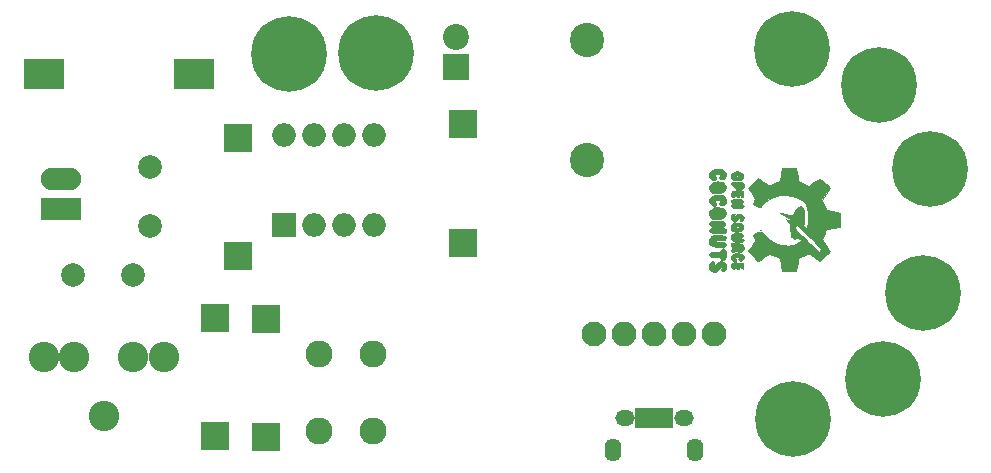
<source format=gbr>
G04 #@! TF.FileFunction,Soldermask,Top*
%FSLAX46Y46*%
G04 Gerber Fmt 4.6, Leading zero omitted, Abs format (unit mm)*
G04 Created by KiCad (PCBNEW 4.0.7-e0-6372~58~ubuntu16.04.1) date Tue Jul 24 02:48:08 2018*
%MOMM*%
%LPD*%
G01*
G04 APERTURE LIST*
%ADD10C,0.100000*%
%ADD11C,0.010000*%
%ADD12R,2.000000X2.000000*%
%ADD13O,2.000000X2.000000*%
%ADD14R,2.200000X2.200000*%
%ADD15C,2.200000*%
%ADD16C,2.899360*%
%ADD17C,6.400000*%
%ADD18C,2.279600*%
%ADD19C,2.581860*%
%ADD20C,2.000000*%
%ADD21R,3.410000X1.910000*%
%ADD22O,3.410000X1.910000*%
%ADD23R,0.800000X1.750000*%
%ADD24O,1.650000X1.350000*%
%ADD25O,1.400000X1.950000*%
%ADD26C,2.100000*%
%ADD27O,2.100000X2.100000*%
%ADD28R,2.398980X2.398980*%
%ADD29R,3.400000X2.600000*%
G04 APERTURE END LIST*
D10*
D11*
G36*
X99223524Y-57746817D02*
X99365384Y-57850080D01*
X99464257Y-57997456D01*
X99500600Y-58165570D01*
X99485183Y-58297723D01*
X99424601Y-58394857D01*
X99370533Y-58444818D01*
X99274410Y-58513824D01*
X99203796Y-58527079D01*
X99156475Y-58509312D01*
X99063134Y-58430468D01*
X99051975Y-58342916D01*
X99123299Y-58255443D01*
X99188621Y-58199667D01*
X99188619Y-58168979D01*
X99151544Y-58150678D01*
X99091530Y-58155276D01*
X99005241Y-58212636D01*
X98882192Y-58330124D01*
X98853918Y-58359718D01*
X98697728Y-58506622D01*
X98564448Y-58584346D01*
X98436984Y-58598327D01*
X98298241Y-58554006D01*
X98276752Y-58543359D01*
X98151589Y-58442096D01*
X98074412Y-58304156D01*
X98043294Y-58147951D01*
X98056308Y-57991896D01*
X98111528Y-57854402D01*
X98207026Y-57753884D01*
X98340876Y-57708754D01*
X98364184Y-57707900D01*
X98453176Y-57715126D01*
X98478825Y-57752704D01*
X98467037Y-57824317D01*
X98438054Y-57958778D01*
X98431854Y-58032426D01*
X98448138Y-58065909D01*
X98463434Y-58073629D01*
X98511756Y-58051713D01*
X98576979Y-57978464D01*
X98590434Y-57958768D01*
X98737829Y-57804071D01*
X98928311Y-57721383D01*
X99058231Y-57707900D01*
X99223524Y-57746817D01*
X99223524Y-57746817D01*
G37*
X99223524Y-57746817D02*
X99365384Y-57850080D01*
X99464257Y-57997456D01*
X99500600Y-58165570D01*
X99485183Y-58297723D01*
X99424601Y-58394857D01*
X99370533Y-58444818D01*
X99274410Y-58513824D01*
X99203796Y-58527079D01*
X99156475Y-58509312D01*
X99063134Y-58430468D01*
X99051975Y-58342916D01*
X99123299Y-58255443D01*
X99188621Y-58199667D01*
X99188619Y-58168979D01*
X99151544Y-58150678D01*
X99091530Y-58155276D01*
X99005241Y-58212636D01*
X98882192Y-58330124D01*
X98853918Y-58359718D01*
X98697728Y-58506622D01*
X98564448Y-58584346D01*
X98436984Y-58598327D01*
X98298241Y-58554006D01*
X98276752Y-58543359D01*
X98151589Y-58442096D01*
X98074412Y-58304156D01*
X98043294Y-58147951D01*
X98056308Y-57991896D01*
X98111528Y-57854402D01*
X98207026Y-57753884D01*
X98340876Y-57708754D01*
X98364184Y-57707900D01*
X98453176Y-57715126D01*
X98478825Y-57752704D01*
X98467037Y-57824317D01*
X98438054Y-57958778D01*
X98431854Y-58032426D01*
X98448138Y-58065909D01*
X98463434Y-58073629D01*
X98511756Y-58051713D01*
X98576979Y-57978464D01*
X98590434Y-57958768D01*
X98737829Y-57804071D01*
X98928311Y-57721383D01*
X99058231Y-57707900D01*
X99223524Y-57746817D01*
G36*
X105510802Y-50309016D02*
X105547889Y-50513830D01*
X105580985Y-50691823D01*
X105606574Y-50824415D01*
X105621145Y-50893029D01*
X105621481Y-50894298D01*
X105665807Y-50936654D01*
X105771992Y-51000385D01*
X105923017Y-51076089D01*
X106063083Y-51138280D01*
X106486935Y-51316697D01*
X106917039Y-51015615D01*
X107087241Y-50897938D01*
X107235893Y-50797877D01*
X107347363Y-50725770D01*
X107406020Y-50691957D01*
X107406988Y-50691570D01*
X107453619Y-50712361D01*
X107544964Y-50781037D01*
X107667029Y-50884474D01*
X107805821Y-51009548D01*
X107947348Y-51143135D01*
X108077615Y-51272112D01*
X108182631Y-51383356D01*
X108248401Y-51463742D01*
X108263600Y-51494952D01*
X108241318Y-51540356D01*
X108180195Y-51642142D01*
X108088813Y-51786552D01*
X107975754Y-51959829D01*
X107939183Y-52014949D01*
X107614767Y-52502055D01*
X107773654Y-52903497D01*
X107843697Y-53073980D01*
X107905749Y-53213268D01*
X107951554Y-53303455D01*
X107969170Y-53327576D01*
X108022544Y-53343687D01*
X108142234Y-53371532D01*
X108311310Y-53407400D01*
X108512843Y-53447580D01*
X108544248Y-53453639D01*
X108749183Y-53495159D01*
X108924073Y-53534643D01*
X109051977Y-53567975D01*
X109115955Y-53591039D01*
X109118928Y-53593294D01*
X109131451Y-53646942D01*
X109140289Y-53768405D01*
X109144764Y-53940884D01*
X109144198Y-54147582D01*
X109143296Y-54197629D01*
X109131434Y-54765734D01*
X108577622Y-54875261D01*
X108368853Y-54917925D01*
X108188911Y-54957280D01*
X108054778Y-54989423D01*
X107983432Y-55010452D01*
X107978176Y-55012991D01*
X107944078Y-55062314D01*
X107888950Y-55172478D01*
X107821573Y-55325078D01*
X107775726Y-55437403D01*
X107618909Y-55833612D01*
X107921927Y-56285252D01*
X108038679Y-56461386D01*
X108138736Y-56616303D01*
X108212135Y-56734295D01*
X108248915Y-56799658D01*
X108250253Y-56802845D01*
X108234768Y-56861361D01*
X108159229Y-56966361D01*
X108021593Y-57120396D01*
X107878834Y-57267183D01*
X107729364Y-57414625D01*
X107599864Y-57537406D01*
X107502519Y-57624333D01*
X107449513Y-57664216D01*
X107445118Y-57665567D01*
X107397848Y-57642477D01*
X107296839Y-57579671D01*
X107157105Y-57486845D01*
X106999782Y-57378005D01*
X106834019Y-57261696D01*
X106690237Y-57161593D01*
X106584522Y-57088842D01*
X106534440Y-57055487D01*
X106470871Y-57055975D01*
X106352847Y-57088054D01*
X106200401Y-57143068D01*
X106033567Y-57212358D01*
X105872375Y-57287268D01*
X105736861Y-57359139D01*
X105647056Y-57419315D01*
X105622144Y-57449745D01*
X105607873Y-57515967D01*
X105582469Y-57646874D01*
X105549480Y-57823769D01*
X105512448Y-58027952D01*
X105511011Y-58035984D01*
X105418292Y-58554567D01*
X104828784Y-58554567D01*
X104574548Y-58552299D01*
X104395967Y-58544976D01*
X104284136Y-58531822D01*
X104230152Y-58512058D01*
X104222603Y-58501650D01*
X104209080Y-58441358D01*
X104184435Y-58315778D01*
X104152122Y-58143024D01*
X104115596Y-57941210D01*
X104114081Y-57932703D01*
X104022233Y-57416672D01*
X103660660Y-57265314D01*
X103450985Y-57177592D01*
X103298646Y-57121595D01*
X103181621Y-57099543D01*
X103077886Y-57113656D01*
X102965420Y-57166151D01*
X102822198Y-57259249D01*
X102669624Y-57365184D01*
X102500014Y-57480059D01*
X102353143Y-57574652D01*
X102244102Y-57639580D01*
X102187982Y-57665460D01*
X102186500Y-57665567D01*
X102140913Y-57635979D01*
X102050911Y-57554955D01*
X101928591Y-57434109D01*
X101786048Y-57285052D01*
X101752746Y-57249161D01*
X101368509Y-56832755D01*
X101662145Y-56391911D01*
X101774357Y-56219181D01*
X101866794Y-56068777D01*
X101930305Y-55956176D01*
X101955739Y-55896856D01*
X101955857Y-55895105D01*
X101935669Y-55828367D01*
X101884072Y-55720048D01*
X101845693Y-55651032D01*
X101735452Y-55462920D01*
X102008960Y-55338906D01*
X102205268Y-55251997D01*
X102342130Y-55201170D01*
X102436539Y-55186104D01*
X102505490Y-55206477D01*
X102565977Y-55261970D01*
X102616743Y-55327433D01*
X102841350Y-55577809D01*
X103128114Y-55815387D01*
X103454543Y-56025761D01*
X103798142Y-56194522D01*
X104136417Y-56307264D01*
X104152527Y-56311112D01*
X104428879Y-56354563D01*
X104720030Y-56364351D01*
X104995816Y-56341362D01*
X105226071Y-56286481D01*
X105246113Y-56279008D01*
X105378726Y-56217079D01*
X105520929Y-56134783D01*
X105652776Y-56045852D01*
X105754321Y-55964019D01*
X105805619Y-55903015D01*
X105808267Y-55891971D01*
X105777460Y-55848959D01*
X105701554Y-55782577D01*
X105683731Y-55769083D01*
X105595702Y-55710864D01*
X105531877Y-55702205D01*
X105450720Y-55739308D01*
X105437935Y-55746603D01*
X105284475Y-55795033D01*
X105146373Y-55762495D01*
X105035927Y-55652632D01*
X105018587Y-55622370D01*
X104978223Y-55506016D01*
X104949698Y-55329045D01*
X104931415Y-55080740D01*
X104928774Y-55019734D01*
X104923085Y-54874636D01*
X105351004Y-54874636D01*
X105357895Y-54922630D01*
X105374981Y-54971777D01*
X105408629Y-55029015D01*
X105465210Y-55101280D01*
X105551094Y-55195510D01*
X105672649Y-55318643D01*
X105836246Y-55477614D01*
X106048254Y-55679362D01*
X106315042Y-55930823D01*
X106356927Y-55970203D01*
X107350087Y-56903775D01*
X107443417Y-56787254D01*
X107536747Y-56670734D01*
X106728438Y-55845234D01*
X106501994Y-55613882D01*
X106283092Y-55390067D01*
X106082323Y-55184629D01*
X105910274Y-55008406D01*
X105777537Y-54872241D01*
X105701438Y-54793934D01*
X105588272Y-54679755D01*
X105516230Y-54618916D01*
X105468820Y-54602715D01*
X105429555Y-54622448D01*
X105410494Y-54640387D01*
X105355607Y-54750703D01*
X105351004Y-54874636D01*
X104923085Y-54874636D01*
X104910513Y-54554067D01*
X104713807Y-54347537D01*
X104517100Y-54141007D01*
X104649745Y-54165574D01*
X104785187Y-54193084D01*
X104893161Y-54217943D01*
X104983057Y-54232034D01*
X104996532Y-54210052D01*
X104933711Y-54152108D01*
X104794720Y-54058312D01*
X104579683Y-53928775D01*
X104535941Y-53903419D01*
X104361595Y-53801327D01*
X104218868Y-53714886D01*
X104121089Y-53652387D01*
X104081591Y-53622120D01*
X104081528Y-53620861D01*
X104125453Y-53624181D01*
X104234880Y-53642987D01*
X104392728Y-53674111D01*
X104559770Y-53709534D01*
X104750799Y-53750438D01*
X104912923Y-53783668D01*
X105027317Y-53805458D01*
X105073049Y-53812175D01*
X105115474Y-53777579D01*
X105177568Y-53686548D01*
X105235204Y-53579804D01*
X105324787Y-53421313D01*
X105430293Y-53268718D01*
X105491318Y-53195908D01*
X105635660Y-53082202D01*
X105772850Y-53050759D01*
X105897478Y-53101316D01*
X105996708Y-53220567D01*
X106037534Y-53304182D01*
X106063478Y-53400612D01*
X106077616Y-53530881D01*
X106083025Y-53716013D01*
X106083434Y-53813234D01*
X106080357Y-54026158D01*
X106072095Y-54232598D01*
X106060096Y-54402023D01*
X106052278Y-54469400D01*
X106037330Y-54597975D01*
X106047887Y-54675894D01*
X106094287Y-54735798D01*
X106151559Y-54782875D01*
X106229452Y-54836471D01*
X106284990Y-54847592D01*
X106326148Y-54806522D01*
X106360896Y-54703547D01*
X106397209Y-54528952D01*
X106407912Y-54470503D01*
X106462799Y-53998806D01*
X106449081Y-53575469D01*
X106367833Y-53201924D01*
X106220132Y-52879600D01*
X106007053Y-52609928D01*
X105729671Y-52394339D01*
X105389063Y-52234262D01*
X104986303Y-52131129D01*
X104618333Y-52090487D01*
X104366840Y-52081636D01*
X104166337Y-52088539D01*
X103984244Y-52113359D01*
X103856333Y-52141086D01*
X103445321Y-52273679D01*
X103080476Y-52459113D01*
X102772501Y-52690808D01*
X102541173Y-52949412D01*
X102468584Y-53045461D01*
X102406003Y-53100471D01*
X102334070Y-53115838D01*
X102233424Y-53092961D01*
X102084704Y-53033235D01*
X101985226Y-52989531D01*
X101744593Y-52883112D01*
X101857789Y-52652308D01*
X101970986Y-52421505D01*
X101659535Y-51950468D01*
X101348084Y-51479432D01*
X102190284Y-50637232D01*
X102646749Y-50955233D01*
X102818610Y-51073483D01*
X102965570Y-51171820D01*
X103073767Y-51241171D01*
X103129341Y-51272463D01*
X103132824Y-51273358D01*
X103181795Y-51258229D01*
X103291672Y-51217144D01*
X103445207Y-51156720D01*
X103592624Y-51096957D01*
X104022814Y-50920432D01*
X104094388Y-50514750D01*
X104129035Y-50320188D01*
X104161617Y-50140392D01*
X104187082Y-50003109D01*
X104195207Y-49960900D01*
X104224454Y-49812734D01*
X104821164Y-49801016D01*
X105417874Y-49789299D01*
X105510802Y-50309016D01*
X105510802Y-50309016D01*
G37*
X105510802Y-50309016D02*
X105547889Y-50513830D01*
X105580985Y-50691823D01*
X105606574Y-50824415D01*
X105621145Y-50893029D01*
X105621481Y-50894298D01*
X105665807Y-50936654D01*
X105771992Y-51000385D01*
X105923017Y-51076089D01*
X106063083Y-51138280D01*
X106486935Y-51316697D01*
X106917039Y-51015615D01*
X107087241Y-50897938D01*
X107235893Y-50797877D01*
X107347363Y-50725770D01*
X107406020Y-50691957D01*
X107406988Y-50691570D01*
X107453619Y-50712361D01*
X107544964Y-50781037D01*
X107667029Y-50884474D01*
X107805821Y-51009548D01*
X107947348Y-51143135D01*
X108077615Y-51272112D01*
X108182631Y-51383356D01*
X108248401Y-51463742D01*
X108263600Y-51494952D01*
X108241318Y-51540356D01*
X108180195Y-51642142D01*
X108088813Y-51786552D01*
X107975754Y-51959829D01*
X107939183Y-52014949D01*
X107614767Y-52502055D01*
X107773654Y-52903497D01*
X107843697Y-53073980D01*
X107905749Y-53213268D01*
X107951554Y-53303455D01*
X107969170Y-53327576D01*
X108022544Y-53343687D01*
X108142234Y-53371532D01*
X108311310Y-53407400D01*
X108512843Y-53447580D01*
X108544248Y-53453639D01*
X108749183Y-53495159D01*
X108924073Y-53534643D01*
X109051977Y-53567975D01*
X109115955Y-53591039D01*
X109118928Y-53593294D01*
X109131451Y-53646942D01*
X109140289Y-53768405D01*
X109144764Y-53940884D01*
X109144198Y-54147582D01*
X109143296Y-54197629D01*
X109131434Y-54765734D01*
X108577622Y-54875261D01*
X108368853Y-54917925D01*
X108188911Y-54957280D01*
X108054778Y-54989423D01*
X107983432Y-55010452D01*
X107978176Y-55012991D01*
X107944078Y-55062314D01*
X107888950Y-55172478D01*
X107821573Y-55325078D01*
X107775726Y-55437403D01*
X107618909Y-55833612D01*
X107921927Y-56285252D01*
X108038679Y-56461386D01*
X108138736Y-56616303D01*
X108212135Y-56734295D01*
X108248915Y-56799658D01*
X108250253Y-56802845D01*
X108234768Y-56861361D01*
X108159229Y-56966361D01*
X108021593Y-57120396D01*
X107878834Y-57267183D01*
X107729364Y-57414625D01*
X107599864Y-57537406D01*
X107502519Y-57624333D01*
X107449513Y-57664216D01*
X107445118Y-57665567D01*
X107397848Y-57642477D01*
X107296839Y-57579671D01*
X107157105Y-57486845D01*
X106999782Y-57378005D01*
X106834019Y-57261696D01*
X106690237Y-57161593D01*
X106584522Y-57088842D01*
X106534440Y-57055487D01*
X106470871Y-57055975D01*
X106352847Y-57088054D01*
X106200401Y-57143068D01*
X106033567Y-57212358D01*
X105872375Y-57287268D01*
X105736861Y-57359139D01*
X105647056Y-57419315D01*
X105622144Y-57449745D01*
X105607873Y-57515967D01*
X105582469Y-57646874D01*
X105549480Y-57823769D01*
X105512448Y-58027952D01*
X105511011Y-58035984D01*
X105418292Y-58554567D01*
X104828784Y-58554567D01*
X104574548Y-58552299D01*
X104395967Y-58544976D01*
X104284136Y-58531822D01*
X104230152Y-58512058D01*
X104222603Y-58501650D01*
X104209080Y-58441358D01*
X104184435Y-58315778D01*
X104152122Y-58143024D01*
X104115596Y-57941210D01*
X104114081Y-57932703D01*
X104022233Y-57416672D01*
X103660660Y-57265314D01*
X103450985Y-57177592D01*
X103298646Y-57121595D01*
X103181621Y-57099543D01*
X103077886Y-57113656D01*
X102965420Y-57166151D01*
X102822198Y-57259249D01*
X102669624Y-57365184D01*
X102500014Y-57480059D01*
X102353143Y-57574652D01*
X102244102Y-57639580D01*
X102187982Y-57665460D01*
X102186500Y-57665567D01*
X102140913Y-57635979D01*
X102050911Y-57554955D01*
X101928591Y-57434109D01*
X101786048Y-57285052D01*
X101752746Y-57249161D01*
X101368509Y-56832755D01*
X101662145Y-56391911D01*
X101774357Y-56219181D01*
X101866794Y-56068777D01*
X101930305Y-55956176D01*
X101955739Y-55896856D01*
X101955857Y-55895105D01*
X101935669Y-55828367D01*
X101884072Y-55720048D01*
X101845693Y-55651032D01*
X101735452Y-55462920D01*
X102008960Y-55338906D01*
X102205268Y-55251997D01*
X102342130Y-55201170D01*
X102436539Y-55186104D01*
X102505490Y-55206477D01*
X102565977Y-55261970D01*
X102616743Y-55327433D01*
X102841350Y-55577809D01*
X103128114Y-55815387D01*
X103454543Y-56025761D01*
X103798142Y-56194522D01*
X104136417Y-56307264D01*
X104152527Y-56311112D01*
X104428879Y-56354563D01*
X104720030Y-56364351D01*
X104995816Y-56341362D01*
X105226071Y-56286481D01*
X105246113Y-56279008D01*
X105378726Y-56217079D01*
X105520929Y-56134783D01*
X105652776Y-56045852D01*
X105754321Y-55964019D01*
X105805619Y-55903015D01*
X105808267Y-55891971D01*
X105777460Y-55848959D01*
X105701554Y-55782577D01*
X105683731Y-55769083D01*
X105595702Y-55710864D01*
X105531877Y-55702205D01*
X105450720Y-55739308D01*
X105437935Y-55746603D01*
X105284475Y-55795033D01*
X105146373Y-55762495D01*
X105035927Y-55652632D01*
X105018587Y-55622370D01*
X104978223Y-55506016D01*
X104949698Y-55329045D01*
X104931415Y-55080740D01*
X104928774Y-55019734D01*
X104923085Y-54874636D01*
X105351004Y-54874636D01*
X105357895Y-54922630D01*
X105374981Y-54971777D01*
X105408629Y-55029015D01*
X105465210Y-55101280D01*
X105551094Y-55195510D01*
X105672649Y-55318643D01*
X105836246Y-55477614D01*
X106048254Y-55679362D01*
X106315042Y-55930823D01*
X106356927Y-55970203D01*
X107350087Y-56903775D01*
X107443417Y-56787254D01*
X107536747Y-56670734D01*
X106728438Y-55845234D01*
X106501994Y-55613882D01*
X106283092Y-55390067D01*
X106082323Y-55184629D01*
X105910274Y-55008406D01*
X105777537Y-54872241D01*
X105701438Y-54793934D01*
X105588272Y-54679755D01*
X105516230Y-54618916D01*
X105468820Y-54602715D01*
X105429555Y-54622448D01*
X105410494Y-54640387D01*
X105355607Y-54750703D01*
X105351004Y-54874636D01*
X104923085Y-54874636D01*
X104910513Y-54554067D01*
X104713807Y-54347537D01*
X104517100Y-54141007D01*
X104649745Y-54165574D01*
X104785187Y-54193084D01*
X104893161Y-54217943D01*
X104983057Y-54232034D01*
X104996532Y-54210052D01*
X104933711Y-54152108D01*
X104794720Y-54058312D01*
X104579683Y-53928775D01*
X104535941Y-53903419D01*
X104361595Y-53801327D01*
X104218868Y-53714886D01*
X104121089Y-53652387D01*
X104081591Y-53622120D01*
X104081528Y-53620861D01*
X104125453Y-53624181D01*
X104234880Y-53642987D01*
X104392728Y-53674111D01*
X104559770Y-53709534D01*
X104750799Y-53750438D01*
X104912923Y-53783668D01*
X105027317Y-53805458D01*
X105073049Y-53812175D01*
X105115474Y-53777579D01*
X105177568Y-53686548D01*
X105235204Y-53579804D01*
X105324787Y-53421313D01*
X105430293Y-53268718D01*
X105491318Y-53195908D01*
X105635660Y-53082202D01*
X105772850Y-53050759D01*
X105897478Y-53101316D01*
X105996708Y-53220567D01*
X106037534Y-53304182D01*
X106063478Y-53400612D01*
X106077616Y-53530881D01*
X106083025Y-53716013D01*
X106083434Y-53813234D01*
X106080357Y-54026158D01*
X106072095Y-54232598D01*
X106060096Y-54402023D01*
X106052278Y-54469400D01*
X106037330Y-54597975D01*
X106047887Y-54675894D01*
X106094287Y-54735798D01*
X106151559Y-54782875D01*
X106229452Y-54836471D01*
X106284990Y-54847592D01*
X106326148Y-54806522D01*
X106360896Y-54703547D01*
X106397209Y-54528952D01*
X106407912Y-54470503D01*
X106462799Y-53998806D01*
X106449081Y-53575469D01*
X106367833Y-53201924D01*
X106220132Y-52879600D01*
X106007053Y-52609928D01*
X105729671Y-52394339D01*
X105389063Y-52234262D01*
X104986303Y-52131129D01*
X104618333Y-52090487D01*
X104366840Y-52081636D01*
X104166337Y-52088539D01*
X103984244Y-52113359D01*
X103856333Y-52141086D01*
X103445321Y-52273679D01*
X103080476Y-52459113D01*
X102772501Y-52690808D01*
X102541173Y-52949412D01*
X102468584Y-53045461D01*
X102406003Y-53100471D01*
X102334070Y-53115838D01*
X102233424Y-53092961D01*
X102084704Y-53033235D01*
X101985226Y-52989531D01*
X101744593Y-52883112D01*
X101857789Y-52652308D01*
X101970986Y-52421505D01*
X101659535Y-51950468D01*
X101348084Y-51479432D01*
X102190284Y-50637232D01*
X102646749Y-50955233D01*
X102818610Y-51073483D01*
X102965570Y-51171820D01*
X103073767Y-51241171D01*
X103129341Y-51272463D01*
X103132824Y-51273358D01*
X103181795Y-51258229D01*
X103291672Y-51217144D01*
X103445207Y-51156720D01*
X103592624Y-51096957D01*
X104022814Y-50920432D01*
X104094388Y-50514750D01*
X104129035Y-50320188D01*
X104161617Y-50140392D01*
X104187082Y-50003109D01*
X104195207Y-49960900D01*
X104224454Y-49812734D01*
X104821164Y-49801016D01*
X105417874Y-49789299D01*
X105510802Y-50309016D01*
G36*
X100471251Y-57798903D02*
X100645031Y-57809986D01*
X100787244Y-57827032D01*
X100876116Y-57847087D01*
X100892674Y-57856067D01*
X100919368Y-57920466D01*
X100940777Y-58036962D01*
X100947659Y-58110067D01*
X100951839Y-58236220D01*
X100938753Y-58299323D01*
X100901335Y-58320378D01*
X100876434Y-58321734D01*
X100794527Y-58286142D01*
X100749978Y-58226484D01*
X100691778Y-58145263D01*
X100635403Y-58144216D01*
X100597561Y-58221119D01*
X100593495Y-58247288D01*
X100555086Y-58344646D01*
X100483350Y-58377527D01*
X100399784Y-58336149D01*
X100399302Y-58335669D01*
X100353405Y-58260589D01*
X100347267Y-58228600D01*
X100322349Y-58178884D01*
X100268971Y-58181552D01*
X100219196Y-58229782D01*
X100208001Y-58258234D01*
X100161805Y-58327345D01*
X100089067Y-58335752D01*
X100007530Y-58294907D01*
X99934939Y-58216265D01*
X99889040Y-58111280D01*
X99881600Y-58047543D01*
X99901614Y-57935875D01*
X99968005Y-57859511D01*
X100090300Y-57814435D01*
X100278023Y-57796630D01*
X100471251Y-57798903D01*
X100471251Y-57798903D01*
G37*
X100471251Y-57798903D02*
X100645031Y-57809986D01*
X100787244Y-57827032D01*
X100876116Y-57847087D01*
X100892674Y-57856067D01*
X100919368Y-57920466D01*
X100940777Y-58036962D01*
X100947659Y-58110067D01*
X100951839Y-58236220D01*
X100938753Y-58299323D01*
X100901335Y-58320378D01*
X100876434Y-58321734D01*
X100794527Y-58286142D01*
X100749978Y-58226484D01*
X100691778Y-58145263D01*
X100635403Y-58144216D01*
X100597561Y-58221119D01*
X100593495Y-58247288D01*
X100555086Y-58344646D01*
X100483350Y-58377527D01*
X100399784Y-58336149D01*
X100399302Y-58335669D01*
X100353405Y-58260589D01*
X100347267Y-58228600D01*
X100322349Y-58178884D01*
X100268971Y-58181552D01*
X100219196Y-58229782D01*
X100208001Y-58258234D01*
X100161805Y-58327345D01*
X100089067Y-58335752D01*
X100007530Y-58294907D01*
X99934939Y-58216265D01*
X99889040Y-58111280D01*
X99881600Y-58047543D01*
X99901614Y-57935875D01*
X99968005Y-57859511D01*
X100090300Y-57814435D01*
X100278023Y-57796630D01*
X100471251Y-57798903D01*
G36*
X100533841Y-57026984D02*
X100745913Y-57067100D01*
X100888603Y-57146782D01*
X100965537Y-57267816D01*
X100982267Y-57385880D01*
X100950096Y-57502517D01*
X100868978Y-57595142D01*
X100762006Y-57651543D01*
X100652274Y-57659504D01*
X100563387Y-57607433D01*
X100536588Y-57529636D01*
X100555888Y-57451131D01*
X100610677Y-57411262D01*
X100616379Y-57410919D01*
X100649516Y-57401087D01*
X100622188Y-57379235D01*
X100556043Y-57353993D01*
X100472728Y-57333989D01*
X100407239Y-57327548D01*
X100289780Y-57337462D01*
X100247493Y-57375317D01*
X100272841Y-57450936D01*
X100290625Y-57479592D01*
X100332482Y-57587987D01*
X100310235Y-57665501D01*
X100241005Y-57705154D01*
X100141911Y-57699968D01*
X100030072Y-57642961D01*
X99985509Y-57603991D01*
X99912706Y-57499465D01*
X99881622Y-57391395D01*
X99881600Y-57389068D01*
X99917868Y-57269681D01*
X100009388Y-57151964D01*
X100130237Y-57061646D01*
X100248760Y-57024650D01*
X100533841Y-57026984D01*
X100533841Y-57026984D01*
G37*
X100533841Y-57026984D02*
X100745913Y-57067100D01*
X100888603Y-57146782D01*
X100965537Y-57267816D01*
X100982267Y-57385880D01*
X100950096Y-57502517D01*
X100868978Y-57595142D01*
X100762006Y-57651543D01*
X100652274Y-57659504D01*
X100563387Y-57607433D01*
X100536588Y-57529636D01*
X100555888Y-57451131D01*
X100610677Y-57411262D01*
X100616379Y-57410919D01*
X100649516Y-57401087D01*
X100622188Y-57379235D01*
X100556043Y-57353993D01*
X100472728Y-57333989D01*
X100407239Y-57327548D01*
X100289780Y-57337462D01*
X100247493Y-57375317D01*
X100272841Y-57450936D01*
X100290625Y-57479592D01*
X100332482Y-57587987D01*
X100310235Y-57665501D01*
X100241005Y-57705154D01*
X100141911Y-57699968D01*
X100030072Y-57642961D01*
X99985509Y-57603991D01*
X99912706Y-57499465D01*
X99881622Y-57391395D01*
X99881600Y-57389068D01*
X99917868Y-57269681D01*
X100009388Y-57151964D01*
X100130237Y-57061646D01*
X100248760Y-57024650D01*
X100533841Y-57026984D01*
G36*
X99323296Y-56633990D02*
X99386958Y-56699927D01*
X99452014Y-56865444D01*
X99475844Y-57065651D01*
X99459980Y-57270629D01*
X99405955Y-57450457D01*
X99343475Y-57548466D01*
X99244240Y-57611082D01*
X99135221Y-57614952D01*
X99049018Y-57560833D01*
X99036423Y-57541350D01*
X99000098Y-57444155D01*
X98992600Y-57393181D01*
X98980562Y-57362151D01*
X98934656Y-57343000D01*
X98840196Y-57333535D01*
X98682496Y-57331562D01*
X98586666Y-57332538D01*
X98391528Y-57333013D01*
X98261777Y-57325912D01*
X98178253Y-57308214D01*
X98121799Y-57276896D01*
X98098000Y-57255448D01*
X98041599Y-57174716D01*
X98049399Y-57084342D01*
X98057408Y-57061883D01*
X98114066Y-56962214D01*
X98202599Y-56900127D01*
X98337798Y-56870806D01*
X98534450Y-56869431D01*
X98629954Y-56875351D01*
X98971434Y-56900765D01*
X99034934Y-56764583D01*
X99117834Y-56654846D01*
X99221017Y-56610018D01*
X99323296Y-56633990D01*
X99323296Y-56633990D01*
G37*
X99323296Y-56633990D02*
X99386958Y-56699927D01*
X99452014Y-56865444D01*
X99475844Y-57065651D01*
X99459980Y-57270629D01*
X99405955Y-57450457D01*
X99343475Y-57548466D01*
X99244240Y-57611082D01*
X99135221Y-57614952D01*
X99049018Y-57560833D01*
X99036423Y-57541350D01*
X99000098Y-57444155D01*
X98992600Y-57393181D01*
X98980562Y-57362151D01*
X98934656Y-57343000D01*
X98840196Y-57333535D01*
X98682496Y-57331562D01*
X98586666Y-57332538D01*
X98391528Y-57333013D01*
X98261777Y-57325912D01*
X98178253Y-57308214D01*
X98121799Y-57276896D01*
X98098000Y-57255448D01*
X98041599Y-57174716D01*
X98049399Y-57084342D01*
X98057408Y-57061883D01*
X98114066Y-56962214D01*
X98202599Y-56900127D01*
X98337798Y-56870806D01*
X98534450Y-56869431D01*
X98629954Y-56875351D01*
X98971434Y-56900765D01*
X99034934Y-56764583D01*
X99117834Y-56654846D01*
X99221017Y-56610018D01*
X99323296Y-56633990D01*
G36*
X100358657Y-56184548D02*
X100545425Y-56187801D01*
X100702405Y-56196050D01*
X100809036Y-56207909D01*
X100842035Y-56217160D01*
X100901131Y-56290893D01*
X100951623Y-56413242D01*
X100980033Y-56548299D01*
X100982267Y-56590747D01*
X100944767Y-56721298D01*
X100847610Y-56823384D01*
X100713807Y-56886819D01*
X100566369Y-56901419D01*
X100428309Y-56857000D01*
X100409392Y-56844297D01*
X100335169Y-56806614D01*
X100265092Y-56829951D01*
X100243715Y-56844297D01*
X100120159Y-56896927D01*
X100005426Y-56889403D01*
X99926471Y-56823615D01*
X99925575Y-56821967D01*
X99901565Y-56709620D01*
X99946323Y-56618951D01*
X99995002Y-56589020D01*
X100029741Y-56562227D01*
X100001079Y-56518658D01*
X99998164Y-56516161D01*
X100454093Y-56516161D01*
X100475437Y-56545143D01*
X100550005Y-56593539D01*
X100614233Y-56567644D01*
X100633899Y-56530504D01*
X100611466Y-56492249D01*
X100536111Y-56480234D01*
X100459446Y-56486915D01*
X100454093Y-56516161D01*
X99998164Y-56516161D01*
X99964180Y-56487056D01*
X99896000Y-56405557D01*
X99894915Y-56306379D01*
X99897191Y-56296876D01*
X99925547Y-56183900D01*
X100358657Y-56184548D01*
X100358657Y-56184548D01*
G37*
X100358657Y-56184548D02*
X100545425Y-56187801D01*
X100702405Y-56196050D01*
X100809036Y-56207909D01*
X100842035Y-56217160D01*
X100901131Y-56290893D01*
X100951623Y-56413242D01*
X100980033Y-56548299D01*
X100982267Y-56590747D01*
X100944767Y-56721298D01*
X100847610Y-56823384D01*
X100713807Y-56886819D01*
X100566369Y-56901419D01*
X100428309Y-56857000D01*
X100409392Y-56844297D01*
X100335169Y-56806614D01*
X100265092Y-56829951D01*
X100243715Y-56844297D01*
X100120159Y-56896927D01*
X100005426Y-56889403D01*
X99926471Y-56823615D01*
X99925575Y-56821967D01*
X99901565Y-56709620D01*
X99946323Y-56618951D01*
X99995002Y-56589020D01*
X100029741Y-56562227D01*
X100001079Y-56518658D01*
X99998164Y-56516161D01*
X100454093Y-56516161D01*
X100475437Y-56545143D01*
X100550005Y-56593539D01*
X100614233Y-56567644D01*
X100633899Y-56530504D01*
X100611466Y-56492249D01*
X100536111Y-56480234D01*
X100459446Y-56486915D01*
X100454093Y-56516161D01*
X99998164Y-56516161D01*
X99964180Y-56487056D01*
X99896000Y-56405557D01*
X99894915Y-56306379D01*
X99897191Y-56296876D01*
X99925547Y-56183900D01*
X100358657Y-56184548D01*
G36*
X99029720Y-55477750D02*
X99240456Y-55518867D01*
X99376419Y-55588434D01*
X99437453Y-55677011D01*
X99436078Y-55779294D01*
X99380781Y-55856867D01*
X99329245Y-55901150D01*
X99272374Y-55921926D01*
X99186331Y-55921532D01*
X99047282Y-55902305D01*
X98998501Y-55894344D01*
X98791017Y-55868103D01*
X98656501Y-55871486D01*
X98588179Y-55905664D01*
X98578270Y-55966977D01*
X98602882Y-56002796D01*
X98670372Y-56029666D01*
X98795076Y-56051338D01*
X98971129Y-56069774D01*
X99204517Y-56098863D01*
X99360856Y-56137006D01*
X99425714Y-56171585D01*
X99487108Y-56242422D01*
X99487442Y-56307147D01*
X99423756Y-56390970D01*
X99396691Y-56418658D01*
X99321271Y-56479867D01*
X99233519Y-56510207D01*
X99102457Y-56518481D01*
X99047441Y-56517929D01*
X98874170Y-56508934D01*
X98704177Y-56491134D01*
X98628818Y-56478935D01*
X98367725Y-56408575D01*
X98184220Y-56313982D01*
X98073534Y-56190581D01*
X98030902Y-56033795D01*
X98037512Y-55911238D01*
X98082938Y-55752349D01*
X98178787Y-55625331D01*
X98213136Y-55593661D01*
X98288340Y-55531865D01*
X98357406Y-55493698D01*
X98443494Y-55473487D01*
X98569761Y-55465558D01*
X98741433Y-55464234D01*
X99029720Y-55477750D01*
X99029720Y-55477750D01*
G37*
X99029720Y-55477750D02*
X99240456Y-55518867D01*
X99376419Y-55588434D01*
X99437453Y-55677011D01*
X99436078Y-55779294D01*
X99380781Y-55856867D01*
X99329245Y-55901150D01*
X99272374Y-55921926D01*
X99186331Y-55921532D01*
X99047282Y-55902305D01*
X98998501Y-55894344D01*
X98791017Y-55868103D01*
X98656501Y-55871486D01*
X98588179Y-55905664D01*
X98578270Y-55966977D01*
X98602882Y-56002796D01*
X98670372Y-56029666D01*
X98795076Y-56051338D01*
X98971129Y-56069774D01*
X99204517Y-56098863D01*
X99360856Y-56137006D01*
X99425714Y-56171585D01*
X99487108Y-56242422D01*
X99487442Y-56307147D01*
X99423756Y-56390970D01*
X99396691Y-56418658D01*
X99321271Y-56479867D01*
X99233519Y-56510207D01*
X99102457Y-56518481D01*
X99047441Y-56517929D01*
X98874170Y-56508934D01*
X98704177Y-56491134D01*
X98628818Y-56478935D01*
X98367725Y-56408575D01*
X98184220Y-56313982D01*
X98073534Y-56190581D01*
X98030902Y-56033795D01*
X98037512Y-55911238D01*
X98082938Y-55752349D01*
X98178787Y-55625331D01*
X98213136Y-55593661D01*
X98288340Y-55531865D01*
X98357406Y-55493698D01*
X98443494Y-55473487D01*
X98569761Y-55465558D01*
X98741433Y-55464234D01*
X99029720Y-55477750D01*
G36*
X100610688Y-55299321D02*
X100734321Y-55315419D01*
X100818821Y-55347448D01*
X100861160Y-55376915D01*
X100927329Y-55445679D01*
X100929047Y-55505696D01*
X100913089Y-55535665D01*
X100872019Y-55577799D01*
X100802067Y-55598742D01*
X100681462Y-55602781D01*
X100588933Y-55599504D01*
X100423947Y-55600394D01*
X100317411Y-55618380D01*
X100276547Y-55649570D01*
X100308575Y-55690070D01*
X100368642Y-55718313D01*
X100484074Y-55745744D01*
X100628579Y-55759999D01*
X100659432Y-55760567D01*
X100822467Y-55778703D01*
X100928018Y-55828798D01*
X100965615Y-55904384D01*
X100957631Y-55944843D01*
X100893630Y-56018359D01*
X100786679Y-56075108D01*
X100678353Y-56093494D01*
X100672594Y-56092891D01*
X100596285Y-56083537D01*
X100495434Y-56071431D01*
X100304385Y-56037166D01*
X100127803Y-55985426D01*
X99994257Y-55925389D01*
X99955684Y-55897997D01*
X99893119Y-55791414D01*
X99880460Y-55649652D01*
X99915809Y-55504498D01*
X99985509Y-55398809D01*
X100047451Y-55345829D01*
X100117583Y-55314584D01*
X100219486Y-55299504D01*
X100376738Y-55295019D01*
X100425319Y-55294900D01*
X100610688Y-55299321D01*
X100610688Y-55299321D01*
G37*
X100610688Y-55299321D02*
X100734321Y-55315419D01*
X100818821Y-55347448D01*
X100861160Y-55376915D01*
X100927329Y-55445679D01*
X100929047Y-55505696D01*
X100913089Y-55535665D01*
X100872019Y-55577799D01*
X100802067Y-55598742D01*
X100681462Y-55602781D01*
X100588933Y-55599504D01*
X100423947Y-55600394D01*
X100317411Y-55618380D01*
X100276547Y-55649570D01*
X100308575Y-55690070D01*
X100368642Y-55718313D01*
X100484074Y-55745744D01*
X100628579Y-55759999D01*
X100659432Y-55760567D01*
X100822467Y-55778703D01*
X100928018Y-55828798D01*
X100965615Y-55904384D01*
X100957631Y-55944843D01*
X100893630Y-56018359D01*
X100786679Y-56075108D01*
X100678353Y-56093494D01*
X100672594Y-56092891D01*
X100596285Y-56083537D01*
X100495434Y-56071431D01*
X100304385Y-56037166D01*
X100127803Y-55985426D01*
X99994257Y-55925389D01*
X99955684Y-55897997D01*
X99893119Y-55791414D01*
X99880460Y-55649652D01*
X99915809Y-55504498D01*
X99985509Y-55398809D01*
X100047451Y-55345829D01*
X100117583Y-55314584D01*
X100219486Y-55299504D01*
X100376738Y-55295019D01*
X100425319Y-55294900D01*
X100610688Y-55299321D01*
G36*
X98761722Y-54285796D02*
X98973470Y-54292852D01*
X99117928Y-54301986D01*
X99212455Y-54316987D01*
X99274410Y-54341643D01*
X99321154Y-54379741D01*
X99352679Y-54414760D01*
X99423463Y-54533693D01*
X99414189Y-54637604D01*
X99323073Y-54731942D01*
X99231675Y-54784591D01*
X99056100Y-54871500D01*
X99213874Y-54871533D01*
X99340476Y-54888661D01*
X99421915Y-54950465D01*
X99439133Y-54974561D01*
X99476441Y-55092576D01*
X99444087Y-55199938D01*
X99359663Y-55265101D01*
X99265505Y-55284612D01*
X99111837Y-55299644D01*
X98923731Y-55309469D01*
X98726261Y-55313361D01*
X98544500Y-55310589D01*
X98403520Y-55300427D01*
X98363669Y-55294027D01*
X98195240Y-55245094D01*
X98100270Y-55179501D01*
X98067875Y-55088012D01*
X98069710Y-55044524D01*
X98096041Y-54970244D01*
X98167179Y-54903127D01*
X98185463Y-54892734D01*
X98992600Y-54892734D01*
X99013767Y-54913900D01*
X99034934Y-54892734D01*
X99013767Y-54871567D01*
X98992600Y-54892734D01*
X98185463Y-54892734D01*
X98300324Y-54827447D01*
X98315267Y-54820009D01*
X98548100Y-54704951D01*
X98386567Y-54703592D01*
X98205007Y-54680629D01*
X98096475Y-54615531D01*
X98061267Y-54511220D01*
X98078447Y-54417790D01*
X98136509Y-54351444D01*
X98245233Y-54309035D01*
X98414399Y-54287416D01*
X98653788Y-54283438D01*
X98761722Y-54285796D01*
X98761722Y-54285796D01*
G37*
X98761722Y-54285796D02*
X98973470Y-54292852D01*
X99117928Y-54301986D01*
X99212455Y-54316987D01*
X99274410Y-54341643D01*
X99321154Y-54379741D01*
X99352679Y-54414760D01*
X99423463Y-54533693D01*
X99414189Y-54637604D01*
X99323073Y-54731942D01*
X99231675Y-54784591D01*
X99056100Y-54871500D01*
X99213874Y-54871533D01*
X99340476Y-54888661D01*
X99421915Y-54950465D01*
X99439133Y-54974561D01*
X99476441Y-55092576D01*
X99444087Y-55199938D01*
X99359663Y-55265101D01*
X99265505Y-55284612D01*
X99111837Y-55299644D01*
X98923731Y-55309469D01*
X98726261Y-55313361D01*
X98544500Y-55310589D01*
X98403520Y-55300427D01*
X98363669Y-55294027D01*
X98195240Y-55245094D01*
X98100270Y-55179501D01*
X98067875Y-55088012D01*
X98069710Y-55044524D01*
X98096041Y-54970244D01*
X98167179Y-54903127D01*
X98185463Y-54892734D01*
X98992600Y-54892734D01*
X99013767Y-54913900D01*
X99034934Y-54892734D01*
X99013767Y-54871567D01*
X98992600Y-54892734D01*
X98185463Y-54892734D01*
X98300324Y-54827447D01*
X98315267Y-54820009D01*
X98548100Y-54704951D01*
X98386567Y-54703592D01*
X98205007Y-54680629D01*
X98096475Y-54615531D01*
X98061267Y-54511220D01*
X98078447Y-54417790D01*
X98136509Y-54351444D01*
X98245233Y-54309035D01*
X98414399Y-54287416D01*
X98653788Y-54283438D01*
X98761722Y-54285796D01*
G36*
X100640037Y-54449119D02*
X100805562Y-54516155D01*
X100902979Y-54629492D01*
X100932256Y-54741165D01*
X100915661Y-54904016D01*
X100827303Y-55029400D01*
X100663619Y-55121572D01*
X100593706Y-55145057D01*
X100467374Y-55180615D01*
X100377144Y-55202377D01*
X100350167Y-55205900D01*
X100296538Y-55194170D01*
X100196417Y-55171056D01*
X100178952Y-55166957D01*
X100014993Y-55093978D01*
X99915764Y-54977072D01*
X99885766Y-54831815D01*
X99896171Y-54794215D01*
X100236651Y-54794215D01*
X100248738Y-54843582D01*
X100249640Y-54844496D01*
X100317041Y-54867294D01*
X100424037Y-54868567D01*
X100528278Y-54848096D01*
X100534061Y-54845964D01*
X100583259Y-54808898D01*
X100561010Y-54773099D01*
X100480034Y-54749030D01*
X100410767Y-54744567D01*
X100295208Y-54758389D01*
X100236651Y-54794215D01*
X99896171Y-54794215D01*
X99929500Y-54673784D01*
X100005128Y-54565318D01*
X100079058Y-54489945D01*
X100149196Y-54448463D01*
X100244476Y-54430846D01*
X100393834Y-54427072D01*
X100404190Y-54427067D01*
X100640037Y-54449119D01*
X100640037Y-54449119D01*
G37*
X100640037Y-54449119D02*
X100805562Y-54516155D01*
X100902979Y-54629492D01*
X100932256Y-54741165D01*
X100915661Y-54904016D01*
X100827303Y-55029400D01*
X100663619Y-55121572D01*
X100593706Y-55145057D01*
X100467374Y-55180615D01*
X100377144Y-55202377D01*
X100350167Y-55205900D01*
X100296538Y-55194170D01*
X100196417Y-55171056D01*
X100178952Y-55166957D01*
X100014993Y-55093978D01*
X99915764Y-54977072D01*
X99885766Y-54831815D01*
X99896171Y-54794215D01*
X100236651Y-54794215D01*
X100248738Y-54843582D01*
X100249640Y-54844496D01*
X100317041Y-54867294D01*
X100424037Y-54868567D01*
X100528278Y-54848096D01*
X100534061Y-54845964D01*
X100583259Y-54808898D01*
X100561010Y-54773099D01*
X100480034Y-54749030D01*
X100410767Y-54744567D01*
X100295208Y-54758389D01*
X100236651Y-54794215D01*
X99896171Y-54794215D01*
X99929500Y-54673784D01*
X100005128Y-54565318D01*
X100079058Y-54489945D01*
X100149196Y-54448463D01*
X100244476Y-54430846D01*
X100393834Y-54427072D01*
X100404190Y-54427067D01*
X100640037Y-54449119D01*
G36*
X102421600Y-55062067D02*
X102400434Y-55083234D01*
X102379267Y-55062067D01*
X102400434Y-55040900D01*
X102421600Y-55062067D01*
X102421600Y-55062067D01*
G37*
X102421600Y-55062067D02*
X102400434Y-55083234D01*
X102379267Y-55062067D01*
X102400434Y-55040900D01*
X102421600Y-55062067D01*
G36*
X100773563Y-53691210D02*
X100853571Y-53762691D01*
X100934657Y-53866195D01*
X100979276Y-53966720D01*
X100982267Y-53991058D01*
X100954228Y-54114838D01*
X100884275Y-54219133D01*
X100793654Y-54275549D01*
X100766871Y-54278900D01*
X100683127Y-54247043D01*
X100653410Y-54171704D01*
X100687230Y-54086838D01*
X100718034Y-54021608D01*
X100710656Y-53993179D01*
X100668735Y-54005396D01*
X100590643Y-54067532D01*
X100515822Y-54142368D01*
X100359022Y-54274891D01*
X100209966Y-54327859D01*
X100073994Y-54300614D01*
X99969339Y-54209691D01*
X99903542Y-54076169D01*
X99890108Y-53929867D01*
X99924665Y-53795826D01*
X100002841Y-53699087D01*
X100063440Y-53670697D01*
X100160363Y-53662318D01*
X100200089Y-53710231D01*
X100192422Y-53814875D01*
X100181491Y-53907970D01*
X100203630Y-53932495D01*
X100264823Y-53888377D01*
X100337280Y-53813128D01*
X100447951Y-53722590D01*
X100570131Y-53664527D01*
X100588987Y-53660009D01*
X100689770Y-53653827D01*
X100773563Y-53691210D01*
X100773563Y-53691210D01*
G37*
X100773563Y-53691210D02*
X100853571Y-53762691D01*
X100934657Y-53866195D01*
X100979276Y-53966720D01*
X100982267Y-53991058D01*
X100954228Y-54114838D01*
X100884275Y-54219133D01*
X100793654Y-54275549D01*
X100766871Y-54278900D01*
X100683127Y-54247043D01*
X100653410Y-54171704D01*
X100687230Y-54086838D01*
X100718034Y-54021608D01*
X100710656Y-53993179D01*
X100668735Y-54005396D01*
X100590643Y-54067532D01*
X100515822Y-54142368D01*
X100359022Y-54274891D01*
X100209966Y-54327859D01*
X100073994Y-54300614D01*
X99969339Y-54209691D01*
X99903542Y-54076169D01*
X99890108Y-53929867D01*
X99924665Y-53795826D01*
X100002841Y-53699087D01*
X100063440Y-53670697D01*
X100160363Y-53662318D01*
X100200089Y-53710231D01*
X100192422Y-53814875D01*
X100181491Y-53907970D01*
X100203630Y-53932495D01*
X100264823Y-53888377D01*
X100337280Y-53813128D01*
X100447951Y-53722590D01*
X100570131Y-53664527D01*
X100588987Y-53660009D01*
X100689770Y-53653827D01*
X100773563Y-53691210D01*
G36*
X99064088Y-53161290D02*
X99202987Y-53219914D01*
X99352229Y-53318129D01*
X99432169Y-53435763D01*
X99458062Y-53596529D01*
X99458267Y-53616702D01*
X99419194Y-53782741D01*
X99311488Y-53925167D01*
X99149415Y-54037571D01*
X98947242Y-54113543D01*
X98719235Y-54146675D01*
X98479662Y-54130556D01*
X98370847Y-54105229D01*
X98216875Y-54021252D01*
X98111070Y-53885293D01*
X98058443Y-53718212D01*
X98060129Y-53664422D01*
X98493351Y-53664422D01*
X98552869Y-53699735D01*
X98556341Y-53700741D01*
X98641709Y-53709231D01*
X98762303Y-53705030D01*
X98883488Y-53691326D01*
X98970634Y-53671308D01*
X98989785Y-53660827D01*
X98988940Y-53623371D01*
X98924282Y-53591407D01*
X98816657Y-53571503D01*
X98699576Y-53569372D01*
X98577916Y-53588958D01*
X98505438Y-53624069D01*
X98493351Y-53664422D01*
X98060129Y-53664422D01*
X98064003Y-53540870D01*
X98132763Y-53374127D01*
X98180643Y-53313395D01*
X98354016Y-53186696D01*
X98571706Y-53117954D01*
X98814726Y-53108907D01*
X99064088Y-53161290D01*
X99064088Y-53161290D01*
G37*
X99064088Y-53161290D02*
X99202987Y-53219914D01*
X99352229Y-53318129D01*
X99432169Y-53435763D01*
X99458062Y-53596529D01*
X99458267Y-53616702D01*
X99419194Y-53782741D01*
X99311488Y-53925167D01*
X99149415Y-54037571D01*
X98947242Y-54113543D01*
X98719235Y-54146675D01*
X98479662Y-54130556D01*
X98370847Y-54105229D01*
X98216875Y-54021252D01*
X98111070Y-53885293D01*
X98058443Y-53718212D01*
X98060129Y-53664422D01*
X98493351Y-53664422D01*
X98552869Y-53699735D01*
X98556341Y-53700741D01*
X98641709Y-53709231D01*
X98762303Y-53705030D01*
X98883488Y-53691326D01*
X98970634Y-53671308D01*
X98989785Y-53660827D01*
X98988940Y-53623371D01*
X98924282Y-53591407D01*
X98816657Y-53571503D01*
X98699576Y-53569372D01*
X98577916Y-53588958D01*
X98505438Y-53624069D01*
X98493351Y-53664422D01*
X98060129Y-53664422D01*
X98064003Y-53540870D01*
X98132763Y-53374127D01*
X98180643Y-53313395D01*
X98354016Y-53186696D01*
X98571706Y-53117954D01*
X98814726Y-53108907D01*
X99064088Y-53161290D01*
G36*
X100534335Y-52416596D02*
X100699688Y-52437519D01*
X100822127Y-52472861D01*
X100855955Y-52492945D01*
X100923582Y-52585733D01*
X100910724Y-52681604D01*
X100820694Y-52771537D01*
X100737229Y-52816196D01*
X100580100Y-52885255D01*
X100716046Y-52863797D01*
X100855471Y-52870078D01*
X100917129Y-52907477D01*
X100975441Y-52988499D01*
X100959435Y-53061124D01*
X100915743Y-53111710D01*
X100832779Y-53149872D01*
X100690868Y-53173838D01*
X100514495Y-53183814D01*
X100328145Y-53180004D01*
X100156303Y-53162613D01*
X100023456Y-53131846D01*
X99968366Y-53103779D01*
X99903414Y-53017205D01*
X99922677Y-52931977D01*
X100025707Y-52849392D01*
X100063450Y-52829817D01*
X100199100Y-52764205D01*
X100072100Y-52731868D01*
X99939871Y-52677818D01*
X99888307Y-52605081D01*
X99918718Y-52516292D01*
X99948124Y-52482757D01*
X100032961Y-52443174D01*
X100175754Y-52419141D01*
X100351284Y-52410376D01*
X100534335Y-52416596D01*
X100534335Y-52416596D01*
G37*
X100534335Y-52416596D02*
X100699688Y-52437519D01*
X100822127Y-52472861D01*
X100855955Y-52492945D01*
X100923582Y-52585733D01*
X100910724Y-52681604D01*
X100820694Y-52771537D01*
X100737229Y-52816196D01*
X100580100Y-52885255D01*
X100716046Y-52863797D01*
X100855471Y-52870078D01*
X100917129Y-52907477D01*
X100975441Y-52988499D01*
X100959435Y-53061124D01*
X100915743Y-53111710D01*
X100832779Y-53149872D01*
X100690868Y-53173838D01*
X100514495Y-53183814D01*
X100328145Y-53180004D01*
X100156303Y-53162613D01*
X100023456Y-53131846D01*
X99968366Y-53103779D01*
X99903414Y-53017205D01*
X99922677Y-52931977D01*
X100025707Y-52849392D01*
X100063450Y-52829817D01*
X100199100Y-52764205D01*
X100072100Y-52731868D01*
X99939871Y-52677818D01*
X99888307Y-52605081D01*
X99918718Y-52516292D01*
X99948124Y-52482757D01*
X100032961Y-52443174D01*
X100175754Y-52419141D01*
X100351284Y-52410376D01*
X100534335Y-52416596D01*
G36*
X99033930Y-52099666D02*
X99126796Y-52121191D01*
X99308366Y-52193155D01*
X99421064Y-52296640D01*
X99479124Y-52446972D01*
X99488907Y-52511133D01*
X99496563Y-52640664D01*
X99473733Y-52727535D01*
X99407263Y-52811959D01*
X99382134Y-52837546D01*
X99242018Y-52940477D01*
X99103805Y-52961820D01*
X98989817Y-52922744D01*
X98923007Y-52846294D01*
X98913908Y-52741867D01*
X98962057Y-52643002D01*
X98994051Y-52614716D01*
X99047201Y-52572295D01*
X99035773Y-52549169D01*
X98950540Y-52528472D01*
X98946426Y-52527649D01*
X98790538Y-52506134D01*
X98648198Y-52502845D01*
X98544891Y-52517163D01*
X98508842Y-52538258D01*
X98516301Y-52593799D01*
X98565898Y-52677428D01*
X98569844Y-52682518D01*
X98641706Y-52814383D01*
X98640596Y-52919292D01*
X98576509Y-52987157D01*
X98459443Y-53007887D01*
X98299395Y-52971393D01*
X98288046Y-52966923D01*
X98171374Y-52878111D01*
X98092015Y-52736527D01*
X98057574Y-52568684D01*
X98075658Y-52401094D01*
X98105016Y-52328922D01*
X98205707Y-52222774D01*
X98368525Y-52142793D01*
X98573889Y-52092961D01*
X98802218Y-52077259D01*
X99033930Y-52099666D01*
X99033930Y-52099666D01*
G37*
X99033930Y-52099666D02*
X99126796Y-52121191D01*
X99308366Y-52193155D01*
X99421064Y-52296640D01*
X99479124Y-52446972D01*
X99488907Y-52511133D01*
X99496563Y-52640664D01*
X99473733Y-52727535D01*
X99407263Y-52811959D01*
X99382134Y-52837546D01*
X99242018Y-52940477D01*
X99103805Y-52961820D01*
X98989817Y-52922744D01*
X98923007Y-52846294D01*
X98913908Y-52741867D01*
X98962057Y-52643002D01*
X98994051Y-52614716D01*
X99047201Y-52572295D01*
X99035773Y-52549169D01*
X98950540Y-52528472D01*
X98946426Y-52527649D01*
X98790538Y-52506134D01*
X98648198Y-52502845D01*
X98544891Y-52517163D01*
X98508842Y-52538258D01*
X98516301Y-52593799D01*
X98565898Y-52677428D01*
X98569844Y-52682518D01*
X98641706Y-52814383D01*
X98640596Y-52919292D01*
X98576509Y-52987157D01*
X98459443Y-53007887D01*
X98299395Y-52971393D01*
X98288046Y-52966923D01*
X98171374Y-52878111D01*
X98092015Y-52736527D01*
X98057574Y-52568684D01*
X98075658Y-52401094D01*
X98105016Y-52328922D01*
X98205707Y-52222774D01*
X98368525Y-52142793D01*
X98573889Y-52092961D01*
X98802218Y-52077259D01*
X99033930Y-52099666D01*
G36*
X100671715Y-50946596D02*
X100800525Y-50961291D01*
X100856228Y-50977415D01*
X100926991Y-51058039D01*
X100965403Y-51188448D01*
X100966200Y-51338208D01*
X100937672Y-51448026D01*
X100838150Y-51579224D01*
X100710579Y-51655997D01*
X100537767Y-51732920D01*
X100685934Y-51736558D01*
X100799271Y-51747403D01*
X100876574Y-51768935D01*
X100880507Y-51771298D01*
X100918940Y-51836073D01*
X100946201Y-51950142D01*
X100958518Y-52079097D01*
X100952117Y-52188530D01*
X100931715Y-52238185D01*
X100860864Y-52259818D01*
X100781616Y-52228864D01*
X100731812Y-52163665D01*
X100728267Y-52139577D01*
X100694347Y-52084753D01*
X100664767Y-52077567D01*
X100613695Y-52114367D01*
X100601267Y-52183400D01*
X100584006Y-52263698D01*
X100515731Y-52288710D01*
X100494386Y-52289234D01*
X100395388Y-52257992D01*
X100347267Y-52183400D01*
X100298058Y-52099975D01*
X100250252Y-52082215D01*
X100222131Y-52133168D01*
X100220267Y-52162234D01*
X100194824Y-52229167D01*
X100116834Y-52246900D01*
X100005746Y-52210337D01*
X99925767Y-52118617D01*
X99887367Y-51998696D01*
X99901016Y-51877531D01*
X99946139Y-51807409D01*
X100021559Y-51767986D01*
X100150009Y-51732671D01*
X100265620Y-51714026D01*
X100401607Y-51696666D01*
X100464236Y-51680934D01*
X100464528Y-51661501D01*
X100423331Y-51637765D01*
X100337954Y-51566853D01*
X100264983Y-51460437D01*
X100262600Y-51455482D01*
X100188078Y-51349875D01*
X100083355Y-51308325D01*
X100076369Y-51307508D01*
X100052847Y-51299437D01*
X100496008Y-51299437D01*
X100516600Y-51315567D01*
X100621336Y-51355135D01*
X100697302Y-51328544D01*
X100707100Y-51315567D01*
X100689903Y-51286337D01*
X100605405Y-51273955D01*
X100593182Y-51273882D01*
X100506512Y-51279840D01*
X100496008Y-51299437D01*
X100052847Y-51299437D01*
X99953772Y-51265443D01*
X99893373Y-51187116D01*
X99896620Y-51095241D01*
X99964963Y-51012529D01*
X100054940Y-50971499D01*
X100170326Y-50952322D01*
X100329597Y-50941912D01*
X100505733Y-50940070D01*
X100671715Y-50946596D01*
X100671715Y-50946596D01*
G37*
X100671715Y-50946596D02*
X100800525Y-50961291D01*
X100856228Y-50977415D01*
X100926991Y-51058039D01*
X100965403Y-51188448D01*
X100966200Y-51338208D01*
X100937672Y-51448026D01*
X100838150Y-51579224D01*
X100710579Y-51655997D01*
X100537767Y-51732920D01*
X100685934Y-51736558D01*
X100799271Y-51747403D01*
X100876574Y-51768935D01*
X100880507Y-51771298D01*
X100918940Y-51836073D01*
X100946201Y-51950142D01*
X100958518Y-52079097D01*
X100952117Y-52188530D01*
X100931715Y-52238185D01*
X100860864Y-52259818D01*
X100781616Y-52228864D01*
X100731812Y-52163665D01*
X100728267Y-52139577D01*
X100694347Y-52084753D01*
X100664767Y-52077567D01*
X100613695Y-52114367D01*
X100601267Y-52183400D01*
X100584006Y-52263698D01*
X100515731Y-52288710D01*
X100494386Y-52289234D01*
X100395388Y-52257992D01*
X100347267Y-52183400D01*
X100298058Y-52099975D01*
X100250252Y-52082215D01*
X100222131Y-52133168D01*
X100220267Y-52162234D01*
X100194824Y-52229167D01*
X100116834Y-52246900D01*
X100005746Y-52210337D01*
X99925767Y-52118617D01*
X99887367Y-51998696D01*
X99901016Y-51877531D01*
X99946139Y-51807409D01*
X100021559Y-51767986D01*
X100150009Y-51732671D01*
X100265620Y-51714026D01*
X100401607Y-51696666D01*
X100464236Y-51680934D01*
X100464528Y-51661501D01*
X100423331Y-51637765D01*
X100337954Y-51566853D01*
X100264983Y-51460437D01*
X100262600Y-51455482D01*
X100188078Y-51349875D01*
X100083355Y-51308325D01*
X100076369Y-51307508D01*
X100052847Y-51299437D01*
X100496008Y-51299437D01*
X100516600Y-51315567D01*
X100621336Y-51355135D01*
X100697302Y-51328544D01*
X100707100Y-51315567D01*
X100689903Y-51286337D01*
X100605405Y-51273955D01*
X100593182Y-51273882D01*
X100506512Y-51279840D01*
X100496008Y-51299437D01*
X100052847Y-51299437D01*
X99953772Y-51265443D01*
X99893373Y-51187116D01*
X99896620Y-51095241D01*
X99964963Y-51012529D01*
X100054940Y-50971499D01*
X100170326Y-50952322D01*
X100329597Y-50941912D01*
X100505733Y-50940070D01*
X100671715Y-50946596D01*
G36*
X98967061Y-50949417D02*
X99145523Y-50999573D01*
X99294551Y-51093443D01*
X99341850Y-51135680D01*
X99435479Y-51276741D01*
X99459545Y-51438752D01*
X99418683Y-51601887D01*
X99317533Y-51746321D01*
X99175867Y-51845328D01*
X99041770Y-51887820D01*
X98859228Y-51919581D01*
X98662282Y-51937299D01*
X98484977Y-51937663D01*
X98378767Y-51922864D01*
X98291693Y-51879015D01*
X98190192Y-51801839D01*
X98177684Y-51790364D01*
X98100720Y-51698987D01*
X98067072Y-51593658D01*
X98061267Y-51482689D01*
X98066993Y-51448187D01*
X98492512Y-51448187D01*
X98502842Y-51480167D01*
X98562079Y-51509964D01*
X98671381Y-51524215D01*
X98797498Y-51522443D01*
X98907181Y-51504174D01*
X98949041Y-51486554D01*
X98989755Y-51440251D01*
X98948114Y-51404245D01*
X98823322Y-51378019D01*
X98772441Y-51372267D01*
X98626289Y-51371648D01*
X98528278Y-51398836D01*
X98492512Y-51448187D01*
X98066993Y-51448187D01*
X98096259Y-51271872D01*
X98199078Y-51109719D01*
X98366483Y-50998871D01*
X98595237Y-50941967D01*
X98733742Y-50934567D01*
X98967061Y-50949417D01*
X98967061Y-50949417D01*
G37*
X98967061Y-50949417D02*
X99145523Y-50999573D01*
X99294551Y-51093443D01*
X99341850Y-51135680D01*
X99435479Y-51276741D01*
X99459545Y-51438752D01*
X99418683Y-51601887D01*
X99317533Y-51746321D01*
X99175867Y-51845328D01*
X99041770Y-51887820D01*
X98859228Y-51919581D01*
X98662282Y-51937299D01*
X98484977Y-51937663D01*
X98378767Y-51922864D01*
X98291693Y-51879015D01*
X98190192Y-51801839D01*
X98177684Y-51790364D01*
X98100720Y-51698987D01*
X98067072Y-51593658D01*
X98061267Y-51482689D01*
X98066993Y-51448187D01*
X98492512Y-51448187D01*
X98502842Y-51480167D01*
X98562079Y-51509964D01*
X98671381Y-51524215D01*
X98797498Y-51522443D01*
X98907181Y-51504174D01*
X98949041Y-51486554D01*
X98989755Y-51440251D01*
X98948114Y-51404245D01*
X98823322Y-51378019D01*
X98772441Y-51372267D01*
X98626289Y-51371648D01*
X98528278Y-51398836D01*
X98492512Y-51448187D01*
X98066993Y-51448187D01*
X98096259Y-51271872D01*
X98199078Y-51109719D01*
X98366483Y-50998871D01*
X98595237Y-50941967D01*
X98733742Y-50934567D01*
X98967061Y-50949417D01*
G36*
X100606019Y-50113927D02*
X100774582Y-50185069D01*
X100891046Y-50291524D01*
X100944636Y-50423424D01*
X100924577Y-50570901D01*
X100924278Y-50571652D01*
X100825367Y-50708101D01*
X100659778Y-50800767D01*
X100435427Y-50845914D01*
X100334759Y-50849834D01*
X100181537Y-50843282D01*
X100081302Y-50817364D01*
X100002984Y-50762843D01*
X99985509Y-50745991D01*
X99896617Y-50609095D01*
X99886764Y-50518961D01*
X100240996Y-50518961D01*
X100303142Y-50547698D01*
X100416421Y-50545495D01*
X100505541Y-50527009D01*
X100569725Y-50494176D01*
X100577126Y-50464087D01*
X100520926Y-50437691D01*
X100421368Y-50427583D01*
X100318056Y-50433892D01*
X100250593Y-50456749D01*
X100245083Y-50462996D01*
X100240996Y-50518961D01*
X99886764Y-50518961D01*
X99880803Y-50464436D01*
X99929326Y-50326023D01*
X100033444Y-50207863D01*
X100184417Y-50123965D01*
X100373502Y-50088337D01*
X100396132Y-50087966D01*
X100606019Y-50113927D01*
X100606019Y-50113927D01*
G37*
X100606019Y-50113927D02*
X100774582Y-50185069D01*
X100891046Y-50291524D01*
X100944636Y-50423424D01*
X100924577Y-50570901D01*
X100924278Y-50571652D01*
X100825367Y-50708101D01*
X100659778Y-50800767D01*
X100435427Y-50845914D01*
X100334759Y-50849834D01*
X100181537Y-50843282D01*
X100081302Y-50817364D01*
X100002984Y-50762843D01*
X99985509Y-50745991D01*
X99896617Y-50609095D01*
X99886764Y-50518961D01*
X100240996Y-50518961D01*
X100303142Y-50547698D01*
X100416421Y-50545495D01*
X100505541Y-50527009D01*
X100569725Y-50494176D01*
X100577126Y-50464087D01*
X100520926Y-50437691D01*
X100421368Y-50427583D01*
X100318056Y-50433892D01*
X100250593Y-50456749D01*
X100245083Y-50462996D01*
X100240996Y-50518961D01*
X99886764Y-50518961D01*
X99880803Y-50464436D01*
X99929326Y-50326023D01*
X100033444Y-50207863D01*
X100184417Y-50123965D01*
X100373502Y-50088337D01*
X100396132Y-50087966D01*
X100606019Y-50113927D01*
G36*
X99045838Y-49912379D02*
X99246605Y-49984795D01*
X99400202Y-50097140D01*
X99434530Y-50139411D01*
X99492405Y-50284417D01*
X99487491Y-50440647D01*
X99429762Y-50586508D01*
X99329192Y-50700408D01*
X99195753Y-50760752D01*
X99145470Y-50765234D01*
X99003467Y-50737076D01*
X98923148Y-50663333D01*
X98911777Y-50560096D01*
X98976619Y-50443458D01*
X98992600Y-50426567D01*
X99033733Y-50382355D01*
X99037478Y-50357055D01*
X98990639Y-50345387D01*
X98880018Y-50342074D01*
X98780934Y-50341900D01*
X98634879Y-50346578D01*
X98529043Y-50358888D01*
X98484834Y-50376246D01*
X98484600Y-50377672D01*
X98512932Y-50429710D01*
X98571271Y-50491880D01*
X98639697Y-50603045D01*
X98645354Y-50678358D01*
X98626217Y-50748098D01*
X98573769Y-50782978D01*
X98463161Y-50798663D01*
X98453336Y-50799394D01*
X98319093Y-50796740D01*
X98223743Y-50755348D01*
X98167586Y-50706068D01*
X98097864Y-50615352D01*
X98066717Y-50505078D01*
X98061267Y-50390543D01*
X98068816Y-50254378D01*
X98102817Y-50163055D01*
X98180304Y-50077278D01*
X98207647Y-50052814D01*
X98378805Y-49950108D01*
X98590108Y-49893495D01*
X98819729Y-49881431D01*
X99045838Y-49912379D01*
X99045838Y-49912379D01*
G37*
X99045838Y-49912379D02*
X99246605Y-49984795D01*
X99400202Y-50097140D01*
X99434530Y-50139411D01*
X99492405Y-50284417D01*
X99487491Y-50440647D01*
X99429762Y-50586508D01*
X99329192Y-50700408D01*
X99195753Y-50760752D01*
X99145470Y-50765234D01*
X99003467Y-50737076D01*
X98923148Y-50663333D01*
X98911777Y-50560096D01*
X98976619Y-50443458D01*
X98992600Y-50426567D01*
X99033733Y-50382355D01*
X99037478Y-50357055D01*
X98990639Y-50345387D01*
X98880018Y-50342074D01*
X98780934Y-50341900D01*
X98634879Y-50346578D01*
X98529043Y-50358888D01*
X98484834Y-50376246D01*
X98484600Y-50377672D01*
X98512932Y-50429710D01*
X98571271Y-50491880D01*
X98639697Y-50603045D01*
X98645354Y-50678358D01*
X98626217Y-50748098D01*
X98573769Y-50782978D01*
X98463161Y-50798663D01*
X98453336Y-50799394D01*
X98319093Y-50796740D01*
X98223743Y-50755348D01*
X98167586Y-50706068D01*
X98097864Y-50615352D01*
X98066717Y-50505078D01*
X98061267Y-50390543D01*
X98068816Y-50254378D01*
X98102817Y-50163055D01*
X98180304Y-50077278D01*
X98207647Y-50052814D01*
X98378805Y-49950108D01*
X98590108Y-49893495D01*
X98819729Y-49881431D01*
X99045838Y-49912379D01*
D12*
X62090000Y-54660000D03*
D13*
X69710000Y-47040000D03*
X64630000Y-54660000D03*
X67170000Y-47040000D03*
X67170000Y-54660000D03*
X64630000Y-47040000D03*
X69710000Y-54660000D03*
X62090000Y-47040000D03*
D14*
X76610000Y-41260000D03*
D15*
X76610000Y-38720000D03*
D16*
X87690000Y-49080000D03*
X87690000Y-38920000D03*
D17*
X105030000Y-39680000D03*
X116150000Y-60400000D03*
X116740000Y-49920000D03*
X112440000Y-42800000D03*
D18*
X65029400Y-72031200D03*
X65029400Y-65528800D03*
X69550600Y-72031200D03*
X69550600Y-65528800D03*
D19*
X41702220Y-65781280D03*
X44300640Y-65781280D03*
X46800000Y-70780000D03*
X51897780Y-65781280D03*
X49299360Y-65781280D03*
D20*
X49230000Y-58890000D03*
X44230000Y-58890000D03*
D21*
X43180000Y-53300000D03*
D22*
X43180000Y-50760000D03*
D17*
X105180000Y-71030000D03*
X112740000Y-67690000D03*
D23*
X92090000Y-70990000D03*
X92740000Y-70990000D03*
X93390000Y-70990000D03*
X94040000Y-70990000D03*
X94690000Y-70990000D03*
D24*
X90890000Y-70990000D03*
X95890000Y-70990000D03*
D25*
X89890000Y-73690000D03*
X96890000Y-73690000D03*
D26*
X88340000Y-63830000D03*
D27*
X90880000Y-63830000D03*
X93420000Y-63830000D03*
X95960000Y-63830000D03*
X98500000Y-63830000D03*
D28*
X56180000Y-62520000D03*
X56180000Y-72522520D03*
X60500000Y-62550000D03*
X60500000Y-72552520D03*
X77240000Y-56111260D03*
X77240000Y-46108740D03*
D20*
X50710000Y-49700000D03*
X50710000Y-54700000D03*
D28*
X58170000Y-47281740D03*
X58170000Y-57284260D03*
D17*
X69870000Y-40080000D03*
X62510000Y-40170000D03*
D29*
X41710000Y-41860000D03*
X54410000Y-41860000D03*
M02*

</source>
